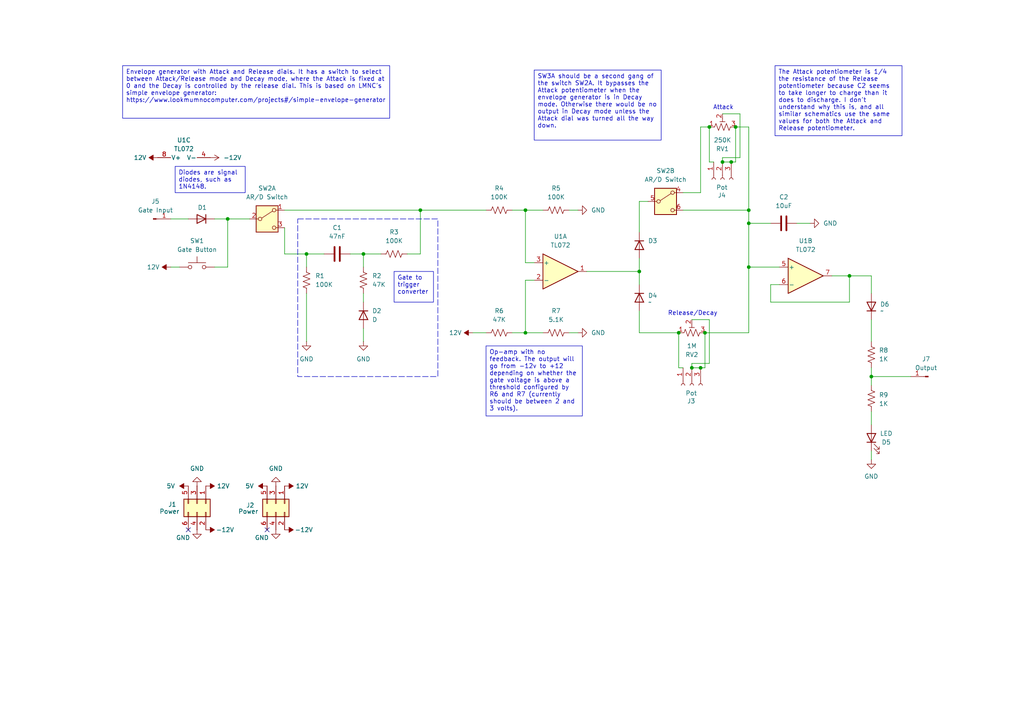
<source format=kicad_sch>
(kicad_sch (version 20250114) (generator "eeschema") (generator_version "9.0")
  (paper "A4")
  (lib_symbols
    (symbol "Amplifier_Operational:TL072" (pin_names (offset 0.127))
      (property "Reference" "U" (at 0 5.08 0))
      (property "Value" "TL072" (at 0 -5.08 0))
      (symbol "TL072_1_1"
        (polyline (pts (xy -5.08 5.08) (xy 5.08 0) (xy -5.08 -5.08) (xy -5.08 5.08)) (stroke (width 0.254)) (fill (type background)))
        (pin input line (at -7.62 2.54 0) (length 2.54) (name "+") (number "3"))
        (pin input line (at -7.62 -2.54 0) (length 2.54) (name "-") (number "2"))
        (pin output line (at 7.62 0 180) (length 2.54) (name "~") (number "1"))
      )
      (symbol "TL072_2_1"
        (polyline (pts (xy -5.08 5.08) (xy 5.08 0) (xy -5.08 -5.08) (xy -5.08 5.08)) (stroke (width 0.254)) (fill (type background)))
        (pin input line (at -7.62 2.54 0) (length 2.54) (name "+") (number "5"))
        (pin input line (at -7.62 -2.54 0) (length 2.54) (name "-") (number "6"))
        (pin output line (at 7.62 0 180) (length 2.54) (name "~") (number "7"))
      )
      (symbol "TL072_3_1"
        (pin power_in line (at -2.54 7.62 270) (length 3.81) (name "V+") (number "8"))
        (pin power_in line (at -2.54 -7.62 90) (length 3.81) (name "V-") (number "4"))
      )
    )
    (symbol "Connector:Conn_01x01_Pin" (pin_names (offset 1.016) (hide yes))
      (property "Reference" "J" (at 0 2.54 0))
      (property "Value" "Conn_01x01_Pin" (at 0 -2.54 0))
      (symbol "Conn_01x01_Pin_1_1"
        (rectangle (start 0.8636 0.127) (end 0 -0.127) (stroke (width 0.1524)) (fill (type outline)))
        (polyline (pts (xy 1.27 0) (xy 0.8636 0)) (stroke (width 0.1524)))
        (pin passive line (at 5.08 0 180) (length 3.81) (name "Pin_1") (number "1"))
      )
    )
    (symbol "Connector:Conn_01x03_Socket" (pin_names (offset 1.016) (hide yes))
      (property "Reference" "J" (at 0 5.08 0))
      (property "Value" "Conn_01x03_Socket" (at 0 -5.08 0))
      (symbol "Conn_01x03_Socket_1_1"
        (polyline (pts (xy -1.27 2.54) (xy -0.508 2.54)) (stroke (width 0.1524)))
        (polyline (pts (xy -1.27 0) (xy -0.508 0)) (stroke (width 0.1524)))
        (polyline (pts (xy -1.27 -2.54) (xy -0.508 -2.54)) (stroke (width 0.1524)))
        (arc (start 0 2.032) (mid -0.5058 2.54) (end 0 3.048) (stroke (width 0.1524)))
        (arc (start 0 -0.508) (mid -0.5058 0) (end 0 0.508) (stroke (width 0.1524)))
        (arc (start 0 -3.048) (mid -0.5058 -2.54) (end 0 -2.032) (stroke (width 0.1524)))
        (pin passive line (at -5.08 2.54 0) (length 3.81) (name "Pin_1") (number "1"))
        (pin passive line (at -5.08 0 0) (length 3.81) (name "Pin_2") (number "2"))
        (pin passive line (at -5.08 -2.54 0) (length 3.81) (name "Pin_3") (number "3"))
      )
    )
    (symbol "Connector_Generic:Conn_02x03_Odd_Even" (pin_names (offset 1.016) (hide yes))
      (property "Reference" "J" (at 1.27 5.08 0))
      (property "Value" "Conn_02x03_Odd_Even" (at 1.27 -5.08 0))
      (symbol "Conn_02x03_Odd_Even_1_1"
        (rectangle (start -1.27 3.81) (end 3.81 -3.81) (stroke (width 0.254)) (fill (type background)))
        (rectangle (start -1.27 2.667) (end 0 2.413) (stroke (width 0.1524)))
        (rectangle (start -1.27 0.127) (end 0 -0.127) (stroke (width 0.1524)))
        (rectangle (start -1.27 -2.413) (end 0 -2.667) (stroke (width 0.1524)))
        (rectangle (start 3.81 2.667) (end 2.54 2.413) (stroke (width 0.1524)))
        (rectangle (start 3.81 0.127) (end 2.54 -0.127) (stroke (width 0.1524)))
        (rectangle (start 3.81 -2.413) (end 2.54 -2.667) (stroke (width 0.1524)))
        (pin passive line (at -5.08 2.54 0) (length 3.81) (name "Pin_1") (number "1"))
        (pin passive line (at -5.08 0 0) (length 3.81) (name "Pin_3") (number "3"))
        (pin passive line (at -5.08 -2.54 0) (length 3.81) (name "Pin_5") (number "5"))
        (pin passive line (at 7.62 2.54 180) (length 3.81) (name "Pin_2") (number "2"))
        (pin passive line (at 7.62 0 180) (length 3.81) (name "Pin_4") (number "4"))
        (pin passive line (at 7.62 -2.54 180) (length 3.81) (name "Pin_6") (number "6"))
      )
    )
    (symbol "Device:C" (pin_numbers (hide yes)) (pin_names (offset 0.254))
      (property "Reference" "C" (at 0.635 2.54 0))
      (property "Value" "C" (at 0.635 -2.54 0))
      (symbol "C_0_1"
        (polyline (pts (xy -2.032 0.762) (xy 2.032 0.762)) (stroke (width 0.508)))
        (polyline (pts (xy -2.032 -0.762) (xy 2.032 -0.762)) (stroke (width 0.508)))
      )
      (symbol "C_1_1"
        (pin passive line (at 0 3.81 270) (length 2.794) (name "~") (number "1"))
        (pin passive line (at 0 -3.81 90) (length 2.794) (name "~") (number "2"))
      )
    )
    (symbol "Device:D" (pin_numbers (hide yes)) (pin_names (offset 1.016) (hide yes))
      (property "Reference" "D" (at 0 2.54 0))
      (property "Value" "D" (at 0 -2.54 0))
      (symbol "D_0_1"
        (polyline (pts (xy -1.27 1.27) (xy -1.27 -1.27)) (stroke (width 0.254)))
        (polyline (pts (xy 1.27 1.27) (xy 1.27 -1.27) (xy -1.27 0) (xy 1.27 1.27)) (stroke (width 0.254)))
        (polyline (pts (xy 1.27 0) (xy -1.27 0)))
      )
      (symbol "D_1_1"
        (pin passive line (at -3.81 0 0) (length 2.54) (name "K") (number "1"))
        (pin passive line (at 3.81 0 180) (length 2.54) (name "A") (number "2"))
      )
    )
    (symbol "Device:LED" (pin_numbers (hide yes)) (pin_names (offset 1.016) (hide yes))
      (property "Reference" "D" (at 0 2.54 0))
      (property "Value" "LED" (at 0 -2.54 0))
      (symbol "LED_0_1"
        (polyline (pts (xy -3.048 -0.762) (xy -4.572 -2.286) (xy -3.81 -2.286) (xy -4.572 -2.286) (xy -4.572 -1.524)))
        (polyline (pts (xy -1.778 -0.762) (xy -3.302 -2.286) (xy -2.54 -2.286) (xy -3.302 -2.286) (xy -3.302 -1.524)))
        (polyline (pts (xy -1.27 0) (xy 1.27 0)))
        (polyline (pts (xy -1.27 -1.27) (xy -1.27 1.27)) (stroke (width 0.254)))
        (polyline (pts (xy 1.27 -1.27) (xy 1.27 1.27) (xy -1.27 0) (xy 1.27 -1.27)) (stroke (width 0.254)))
      )
      (symbol "LED_1_1"
        (pin passive line (at -3.81 0 0) (length 2.54) (name "K") (number "1"))
        (pin passive line (at 3.81 0 180) (length 2.54) (name "A") (number "2"))
      )
    )
    (symbol "Device:R_Potentiometer_Trim_US" (pin_names (offset 1.016) (hide yes))
      (property "Reference" "RV" (at -4.445 0 90))
      (property "Value" "R_Potentiometer_Trim_US" (at -2.54 0 90))
      (symbol "R_Potentiometer_Trim_US_0_1"
        (polyline (pts (xy 0 2.286) (xy 0 2.54)))
        (polyline (pts (xy 0 2.286) (xy 1.016 1.905) (xy 0 1.524) (xy -1.016 1.143) (xy 0 0.762)))
        (polyline (pts (xy 0 0.762) (xy 1.016 0.381) (xy 0 0) (xy -1.016 -0.381) (xy 0 -0.762)))
        (polyline (pts (xy 0 -0.762) (xy 1.016 -1.143) (xy 0 -1.524) (xy -1.016 -1.905) (xy 0 -2.286)))
        (polyline (pts (xy 0 -2.286) (xy 0 -2.54)))
        (polyline (pts (xy 1.524 0.762) (xy 1.524 -0.762)))
        (polyline (pts (xy 2.54 0) (xy 1.524 0)))
      )
      (symbol "R_Potentiometer_Trim_US_1_1"
        (pin passive line (at 0 3.81 270) (length 1.27) (name "1") (number "1"))
        (pin passive line (at 0 -3.81 90) (length 1.27) (name "3") (number "3"))
        (pin passive line (at 3.81 0 180) (length 1.27) (name "2") (number "2"))
      )
    )
    (symbol "Device:R_US" (pin_numbers (hide yes)) (pin_names (offset 0))
      (property "Reference" "R" (at 2.54 0 90))
      (property "Value" "R_US" (at -2.54 0 90))
      (symbol "R_US_0_1"
        (polyline (pts (xy 0 2.286) (xy 0 2.54)))
        (polyline (pts (xy 0 2.286) (xy 1.016 1.905) (xy 0 1.524) (xy -1.016 1.143) (xy 0 0.762)))
        (polyline (pts (xy 0 0.762) (xy 1.016 0.381) (xy 0 0) (xy -1.016 -0.381) (xy 0 -0.762)))
        (polyline (pts (xy 0 -0.762) (xy 1.016 -1.143) (xy 0 -1.524) (xy -1.016 -1.905) (xy 0 -2.286)))
        (polyline (pts (xy 0 -2.286) (xy 0 -2.54)))
      )
      (symbol "R_US_1_1"
        (pin passive line (at 0 3.81 270) (length 1.27) (name "~") (number "1"))
        (pin passive line (at 0 -3.81 90) (length 1.27) (name "~") (number "2"))
      )
    )
    (symbol "Switch:SW_DPDT_x2" (pin_names (offset 0) (hide yes))
      (property "Reference" "SW" (at 0 5.08 0))
      (property "Value" "SW_DPDT_x2" (at 0 -5.08 0))
      (symbol "SW_DPDT_x2_0_0"
        (circle (center -2.032 0) (radius 0.508))
        (circle (center 2.032 -2.54) (radius 0.508))
      )
      (symbol "SW_DPDT_x2_0_1"
        (rectangle (start -3.175 3.81) (end 3.175 -3.81) (stroke (width 0.254)) (fill (type background)))
        (polyline (pts (xy -1.524 0.254) (xy 1.5748 2.286)))
        (circle (center 2.032 2.54) (radius 0.508))
      )
      (symbol "SW_DPDT_x2_1_1"
        (pin passive line (at -5.08 0 0) (length 2.54) (name "B") (number "2"))
        (pin passive line (at 5.08 2.54 180) (length 2.54) (name "A") (number "1"))
        (pin passive line (at 5.08 -2.54 180) (length 2.54) (name "C") (number "3"))
      )
      (symbol "SW_DPDT_x2_2_1"
        (pin passive line (at -5.08 0 0) (length 2.54) (name "B") (number "5"))
        (pin passive line (at 5.08 2.54 180) (length 2.54) (name "A") (number "4"))
        (pin passive line (at 5.08 -2.54 180) (length 2.54) (name "C") (number "6"))
      )
    )
    (symbol "Switch:SW_Push" (pin_numbers (hide yes)) (pin_names (offset 1.016) (hide yes))
      (property "Reference" "SW" (at 1.27 2.54 0))
      (property "Value" "SW_Push" (at 0 -1.524 0))
      (symbol "SW_Push_0_1"
        (circle (center -2.032 0) (radius 0.508))
        (polyline (pts (xy 0 1.27) (xy 0 3.048)))
        (circle (center 2.032 0) (radius 0.508))
        (polyline (pts (xy 2.54 1.27) (xy -2.54 1.27)))
        (pin passive line (at -5.08 0 0) (length 2.54) (name "1") (number "1"))
        (pin passive line (at 5.08 0 180) (length 2.54) (name "2") (number "2"))
      )
    )
    (symbol "power:-12V" (power) (pin_names (offset 0))
      (property "Value" "-12V" (at 0 3.81 0))
      (symbol "-12V_0_0"
        (pin power_in line (at 0 0 90) (length 0) (hide yes) (name "-12V") (number "1"))
      )
      (symbol "-12V_0_1"
        (polyline (pts (xy 0 0) (xy 0 1.27) (xy 0.762 1.27) (xy 0 2.54) (xy -0.762 1.27) (xy 0 1.27)) (fill (type outline)))
      )
    )
    (symbol "power:GND" (power) (pin_numbers (hide yes)) (pin_names (offset 0) (hide yes))
      (property "Value" "GND" (at 0 -3.81 0))
      (symbol "GND_0_1"
        (polyline (pts (xy 0 0) (xy 0 -1.27) (xy 1.27 -1.27) (xy 0 -2.54) (xy -1.27 -1.27) (xy 0 -1.27)))
      )
      (symbol "GND_1_1"
        (pin power_in line (at 0 0 270) (length 0) (name "~") (number "1"))
      )
    )
    (symbol "power:VCC" (power) (pin_numbers (hide yes)) (pin_names (offset 0) (hide yes))
      (property "Value" "VCC" (at 0 3.556 0))
      (symbol "VCC_0_1"
        (polyline (pts (xy -0.762 1.27) (xy 0 2.54)))
        (polyline (pts (xy 0 2.54) (xy 0.762 1.27)))
        (polyline (pts (xy 0 0) (xy 0 2.54)))
      )
      (symbol "VCC_1_1"
        (pin power_in line (at 0 0 90) (length 0) (name "~") (number "1"))
      )
    )
  )
  (rectangle (start 86.36 63.5) (end 127 109.22) (stroke (width 0) (type dash)))
  (text "Attack" (at 209.804 31.242 0) (effects (font (size 1.27 1.27))))
  (text "Release/Decay" (at 200.914 90.932 0) (effects (font (size 1.27 1.27))))
  (text_box "SW3A should be a second gang of the switch SW2A. It bypasses the Attack potentiometer when the envelope generator is in Decay mode. Otherwise there would be no output in Decay mode unless the Attack dial was turned all the way down." (at 154.94 20.32 0) (size 36.83 20.32) (margins 0.9525 0.9525 0.9525 0.9525) (effects (font (size 1.27 1.27)) (justify left top)))
  (text_box "Diodes are signal diodes, such as 1N4148." (at 50.8 48.26 0) (size 20.32 7.62) (margins 0.9525 0.9525 0.9525 0.9525) (effects (font (size 1.27 1.27)) (justify left top)))
  (text_box "Envelope generator with Attack and Release dials. It has a switch to select between Attack/Release mode and Decay mode, where the Attack is fixed at 0 and the Decay is controlled by the release dial. This is based on LMNC's simple envelope generator: https://www.lookmumnocomputer.com/projects#/simple-envelope-generator" (at 35.56 19.05 0) (size 77.47 15.24) (margins 0.9525 0.9525 0.9525 0.9525) (effects (font (size 1.27 1.27)) (justify left top)))
  (text_box "Gate to trigger converter" (at 114.3 78.74 0) (size 11.43 8.89) (margins 0.9525 0.9525 0.9525 0.9525) (effects (font (size 1.27 1.27)) (justify left top)))
  (text_box "The Attack potentiometer is 1/4 the resistance of the Release potentiometer because C2 seems to take longer to charge than it does to discharge. I don't understand why this is, and all similar schematics use the same values for both the Attack and Release potentiometer." (at 224.79 19.05 0) (size 36.83 20.32) (margins 0.9525 0.9525 0.9525 0.9525) (effects (font (size 1.27 1.27)) (justify left top)))
  (text_box "Op-amp with no feedback. The output will go from -12v to +12 depending on whether the gate voltage is above a threshold configured by R6 and R7 (currently should be between 2 and 3 volts)." (at 140.97 100.33 0) (size 27.94 20.32) (margins 0.9525 0.9525 0.9525 0.9525) (effects (font (size 1.27 1.27)) (justify left top)))
  (junction (at 217.17 77.47))
  (junction (at 121.92 60.96))
  (junction (at 246.38 80.01))
  (junction (at 205.74 36.83))
  (junction (at 196.85 96.52))
  (junction (at 152.4 96.52))
  (junction (at 88.9 73.66))
  (junction (at 203.2 106.68))
  (junction (at 66.04 63.5))
  (junction (at 212.09 46.99))
  (junction (at 217.17 64.77))
  (junction (at 200.66 106.68))
  (junction (at 152.4 60.96))
  (junction (at 217.17 60.96))
  (junction (at 105.41 73.66))
  (junction (at 252.73 109.22))
  (junction (at 185.42 78.74))
  (junction (at 209.55 46.99))
  (junction (at 204.47 96.52))
  (junction (at 213.36 36.83))
  (no_connect (at 54.61 153.67))
  (no_connect (at 77.47 153.67))
  (wire (pts (xy 252.73 119.38) (xy 252.73 123.19)))
  (wire (pts (xy 152.4 96.52) (xy 157.48 96.52)))
  (wire (pts (xy 105.41 85.09) (xy 105.41 87.63)))
  (wire (pts (xy 217.17 77.47) (xy 226.06 77.47)))
  (wire (pts (xy 185.42 96.52) (xy 185.42 90.17)))
  (wire (pts (xy 62.23 63.5) (xy 66.04 63.5)))
  (wire (pts (xy 217.17 36.83) (xy 213.36 36.83)))
  (wire (pts (xy 154.94 76.2) (xy 152.4 76.2)))
  (wire (pts (xy 148.59 60.96) (xy 152.4 60.96)))
  (wire (pts (xy 246.38 80.01) (xy 252.73 80.01)))
  (wire (pts (xy 121.92 60.96) (xy 121.92 73.66)))
  (wire (pts (xy 154.94 81.28) (xy 152.4 81.28)))
  (wire (pts (xy 252.73 85.09) (xy 252.73 80.01)))
  (wire (pts (xy 241.3 80.01) (xy 246.38 80.01)))
  (wire (pts (xy 152.4 81.28) (xy 152.4 96.52)))
  (wire (pts (xy 209.55 45.72) (xy 209.55 46.99)))
  (wire (pts (xy 185.42 58.42) (xy 185.42 67.31)))
  (wire (pts (xy 252.73 109.22) (xy 252.73 111.76)))
  (wire (pts (xy 203.2 55.88) (xy 203.2 36.83)))
  (wire (pts (xy 205.74 36.83) (xy 205.74 46.99)))
  (wire (pts (xy 82.55 73.66) (xy 82.55 66.04)))
  (wire (pts (xy 198.12 55.88) (xy 203.2 55.88)))
  (wire (pts (xy 152.4 76.2) (xy 152.4 60.96)))
  (wire (pts (xy 105.41 73.66) (xy 105.41 77.47)))
  (wire (pts (xy 165.1 96.52) (xy 167.64 96.52)))
  (wire (pts (xy 185.42 78.74) (xy 185.42 74.93)))
  (wire (pts (xy 118.11 73.66) (xy 121.92 73.66)))
  (wire (pts (xy 231.14 64.77) (xy 234.95 64.77)))
  (wire (pts (xy 203.2 106.68) (xy 200.66 106.68)))
  (wire (pts (xy 252.73 106.68) (xy 252.73 109.22)))
  (wire (pts (xy 214.63 45.72) (xy 209.55 45.72)))
  (wire (pts (xy 200.66 92.71) (xy 205.74 92.71)))
  (wire (pts (xy 223.52 87.63) (xy 246.38 87.63)))
  (wire (pts (xy 105.41 95.25) (xy 105.41 99.06)))
  (wire (pts (xy 246.38 87.63) (xy 246.38 80.01)))
  (wire (pts (xy 185.42 58.42) (xy 187.96 58.42)))
  (wire (pts (xy 204.47 96.52) (xy 204.47 106.68)))
  (wire (pts (xy 252.73 109.22) (xy 264.16 109.22)))
  (wire (pts (xy 214.63 33.02) (xy 214.63 45.72)))
  (wire (pts (xy 198.12 60.96) (xy 217.17 60.96)))
  (wire (pts (xy 66.04 63.5) (xy 72.39 63.5)))
  (wire (pts (xy 196.85 96.52) (xy 196.85 106.68)))
  (wire (pts (xy 196.85 96.52) (xy 185.42 96.52)))
  (wire (pts (xy 213.36 46.99) (xy 212.09 46.99)))
  (wire (pts (xy 165.1 60.96) (xy 167.64 60.96)))
  (wire (pts (xy 217.17 36.83) (xy 217.17 60.96)))
  (wire (pts (xy 88.9 73.66) (xy 88.9 77.47)))
  (wire (pts (xy 49.53 77.47) (xy 52.07 77.47)))
  (wire (pts (xy 101.6 73.66) (xy 105.41 73.66)))
  (wire (pts (xy 204.47 106.68) (xy 203.2 106.68)))
  (wire (pts (xy 217.17 64.77) (xy 217.17 77.47)))
  (wire (pts (xy 223.52 82.55) (xy 223.52 87.63)))
  (wire (pts (xy 170.18 78.74) (xy 185.42 78.74)))
  (wire (pts (xy 66.04 77.47) (xy 66.04 63.5)))
  (wire (pts (xy 105.41 73.66) (xy 110.49 73.66)))
  (wire (pts (xy 88.9 85.09) (xy 88.9 99.06)))
  (wire (pts (xy 252.73 130.81) (xy 252.73 133.35)))
  (wire (pts (xy 203.2 36.83) (xy 205.74 36.83)))
  (wire (pts (xy 212.09 46.99) (xy 209.55 46.99)))
  (wire (pts (xy 205.74 46.99) (xy 207.01 46.99)))
  (wire (pts (xy 205.74 92.71) (xy 205.74 105.41)))
  (wire (pts (xy 185.42 78.74) (xy 185.42 82.55)))
  (wire (pts (xy 200.66 105.41) (xy 200.66 106.68)))
  (wire (pts (xy 49.53 63.5) (xy 54.61 63.5)))
  (wire (pts (xy 209.55 33.02) (xy 214.63 33.02)))
  (wire (pts (xy 82.55 73.66) (xy 88.9 73.66)))
  (wire (pts (xy 217.17 60.96) (xy 217.17 64.77)))
  (wire (pts (xy 226.06 82.55) (xy 223.52 82.55)))
  (wire (pts (xy 205.74 105.41) (xy 200.66 105.41)))
  (wire (pts (xy 88.9 73.66) (xy 93.98 73.66)))
  (wire (pts (xy 204.47 96.52) (xy 217.17 96.52)))
  (wire (pts (xy 152.4 60.96) (xy 157.48 60.96)))
  (wire (pts (xy 62.23 77.47) (xy 66.04 77.47)))
  (wire (pts (xy 148.59 96.52) (xy 152.4 96.52)))
  (wire (pts (xy 252.73 92.71) (xy 252.73 99.06)))
  (wire (pts (xy 217.17 64.77) (xy 223.52 64.77)))
  (wire (pts (xy 196.85 106.68) (xy 198.12 106.68)))
  (wire (pts (xy 217.17 77.47) (xy 217.17 96.52)))
  (wire (pts (xy 137.16 96.52) (xy 140.97 96.52)))
  (wire (pts (xy 121.92 60.96) (xy 140.97 60.96)))
  (wire (pts (xy 82.55 60.96) (xy 121.92 60.96)))
  (wire (pts (xy 213.36 36.83) (xy 213.36 46.99)))
  (symbol (lib_id "Device:D") (at 185.42 71.12 270) (unit 1)
    (property "Reference" "D3" (at 187.96 69.8499 90) (effects (justify left)))
    (property "Value" "D" (effects (hide yes)))
    (property "Footprint" "Diode_THT:D_A-405_P7.62mm_Horizontal" (effects (hide yes)))
    (property "Description" "Diode" (effects (hide yes)))
    (property "Sim.Device" "D" (effects (hide yes)))
    (property "Sim.Pins" "1=K 2=A" (effects (hide yes)))
  )
  (symbol (lib_id "power:-12V") (at 137.16 96.52 90) (mirror x) (unit 1)
    (property "Reference" "#PWR07" (effects (hide yes)))
    (property "Value" "12V" (at 132.08 96.52 90))
    (property "Description" "Power symbol creates a global label with name \"-12V\"" (effects (hide yes)))
  )
  (symbol (lib_id "Connector_Generic:Conn_02x03_Odd_Even") (at 57.15 146.05 270) (unit 1)
    (property "Reference" "J1" (at 48.768 146.304 90) (effects (justify left)))
    (property "Value" "Power" (at 46.228 148.336 90) (effects (justify left)))
    (property "Footprint" "Connector_IDC:IDC-Header_2x03_P2.54mm_Vertical" (effects (hide yes)))
    (property "Description" "Generic connector, double row, 02x03, odd/even pin numbering scheme (row 1 odd numbers, row 2 even numbers), script generated (kicad-library-utils/schlib/autogen/connector/)" (effects (hide yes)))
  )
  (symbol (lib_id "power:GND") (at 167.64 60.96 90) (unit 1)
    (property "Reference" "#PWR05" (effects (hide yes)))
    (property "Value" "GND" (at 171.45 60.9599 90) (effects (justify right)))
    (property "Description" "Power symbol creates a global label with name \"GND\" , ground" (effects (hide yes)))
  )
  (symbol (lib_id "Switch:SW_DPDT_x2") (at 77.47 63.5 0) (unit 1)
    (property "Reference" "SW2" (at 77.47 54.61 0))
    (property "Value" "AR/D Switch" (at 77.47 57.15 0))
    (property "Footprint" "modular2:switch2" (effects (hide yes)))
    (property "Description" "Switch, dual pole double throw, separate symbols" (effects (hide yes)))
  )
  (symbol (lib_id "power:GND") (at 80.01 140.97 0) (mirror x) (unit 1)
    (property "Reference" "#PWR0104" (effects (hide yes)))
    (property "Value" "GND" (at 80.01 135.89 0))
    (property "Description" "Power symbol creates a global label with name \"GND\" , ground" (effects (hide yes)))
  )
  (symbol (lib_id "Device:R_US") (at 161.29 60.96 270) (unit 1)
    (property "Reference" "R5" (at 161.29 54.61 90))
    (property "Value" "100K" (at 161.29 57.15 90))
    (property "Footprint" "Resistor_THT:R_Axial_DIN0207_L6.3mm_D2.5mm_P10.16mm_Horizontal" (effects (hide yes)))
    (property "Description" "Resistor, US symbol" (effects (hide yes)))
  )
  (symbol (lib_id "Device:R_US") (at 144.78 60.96 270) (unit 1)
    (property "Reference" "R4" (at 144.78 54.61 90))
    (property "Value" "100K" (at 144.78 57.15 90))
    (property "Footprint" "Resistor_THT:R_Axial_DIN0207_L6.3mm_D2.5mm_P10.16mm_Horizontal" (effects (hide yes)))
    (property "Description" "Resistor, US symbol" (effects (hide yes)))
  )
  (symbol (lib_id "power:-12V") (at 82.55 153.67 270) (unit 1)
    (property "Reference" "#PWR031" (effects (hide yes)))
    (property "Value" "-12V" (at 88.138 153.67 90))
    (property "Description" "Power symbol creates a global label with name \"-12V\"" (effects (hide yes)))
  )
  (symbol (lib_id "power:GND") (at 105.41 99.06 0) (unit 1)
    (property "Reference" "#PWR04" (effects (hide yes)))
    (property "Value" "GND" (at 105.41 104.14 0))
    (property "Description" "Power symbol creates a global label with name \"GND\" , ground" (effects (hide yes)))
  )
  (symbol (lib_id "Amplifier_Operational:TL072") (at 162.56 78.74 0) (unit 1)
    (property "Reference" "U1" (at 162.56 68.58 0))
    (property "Value" "TL072" (at 162.56 71.12 0))
    (property "Footprint" "Package_DIP:DIP-8_W7.62mm_Socket" (effects (hide yes)))
    (property "Datasheet" "http://www.ti.com/lit/ds/symlink/tl071.pdf" (effects (hide yes)))
    (property "Description" "Dual Low-Noise JFET-Input Operational Amplifiers, DIP-8/SOIC-8" (effects (hide yes)))
  )
  (symbol (lib_id "power:GND") (at 252.73 133.35 0) (unit 1)
    (property "Reference" "#PWR011" (effects (hide yes)))
    (property "Value" "GND" (at 254.762 138.176 0) (effects (justify right)))
    (property "Description" "Power symbol creates a global label with name \"GND\" , ground" (effects (hide yes)))
  )
  (symbol (lib_id "Device:D") (at 105.41 91.44 270) (unit 1)
    (property "Reference" "D2" (at 107.95 90.1699 90) (effects (justify left)))
    (property "Value" "D" (at 107.95 92.7099 90) (effects (justify left)))
    (property "Footprint" "Diode_THT:D_A-405_P7.62mm_Horizontal" (effects (hide yes)))
    (property "Description" "Diode" (effects (hide yes)))
    (property "Sim.Device" "D" (effects (hide yes)))
    (property "Sim.Pins" "1=K 2=A" (effects (hide yes)))
  )
  (symbol (lib_id "power:-12V") (at 77.47 140.97 90) (mirror x) (unit 1)
    (property "Reference" "#PWR030" (effects (hide yes)))
    (property "Value" "5V" (at 72.39 140.97 90))
    (property "Description" "Power symbol creates a global label with name \"-12V\"" (effects (hide yes)))
  )
  (symbol (lib_id "power:-12V") (at 49.53 77.47 90) (mirror x) (unit 1)
    (property "Reference" "#PWR01" (effects (hide yes)))
    (property "Value" "12V" (at 44.45 77.47 90))
    (property "Description" "Power symbol creates a global label with name \"-12V\"" (effects (hide yes)))
  )
  (symbol (lib_id "Device:R_US") (at 105.41 81.28 180) (unit 1)
    (property "Reference" "R2" (at 107.95 80.0099 0) (effects (justify right)))
    (property "Value" "47K" (at 107.95 82.5499 0) (effects (justify right)))
    (property "Footprint" "Resistor_THT:R_Axial_DIN0207_L6.3mm_D2.5mm_P10.16mm_Horizontal" (effects (hide yes)))
    (property "Description" "Resistor, US symbol" (effects (hide yes)))
  )
  (symbol (lib_id "power:VCC") (at 60.96 45.72 270) (unit 1)
    (property "Reference" "#PWR09" (effects (hide yes)))
    (property "Value" "-12V" (at 64.77 45.7199 90) (effects (justify left)))
    (property "Description" "Power symbol creates a global label with name \"VCC\"" (effects (hide yes)))
  )
  (symbol (lib_id "power:-12V") (at 54.61 140.97 90) (mirror x) (unit 1)
    (property "Reference" "#PWR015" (effects (hide yes)))
    (property "Value" "5V" (at 49.53 140.97 90))
    (property "Description" "Power symbol creates a global label with name \"-12V\"" (effects (hide yes)))
  )
  (symbol (lib_id "Device:D") (at 58.42 63.5 180) (unit 1)
    (property "Reference" "D1" (at 58.674 60.198 0))
    (property "Value" "D" (effects (hide yes)))
    (property "Footprint" "Diode_THT:D_A-405_P7.62mm_Horizontal" (effects (hide yes)))
    (property "Description" "Diode" (effects (hide yes)))
    (property "Sim.Device" "D" (effects (hide yes)))
    (property "Sim.Pins" "1=K 2=A" (effects (hide yes)))
  )
  (symbol (lib_id "Device:D") (at 185.42 86.36 270) (unit 1)
    (property "Reference" "D4" (at 187.96 85.7249 90) (effects (justify left)))
    (property "Value" "~" (at 187.96 87.63 90) (effects (justify left)))
    (property "Footprint" "Diode_THT:D_A-405_P7.62mm_Horizontal" (effects (hide yes)))
    (property "Description" "Diode" (effects (hide yes)))
    (property "Sim.Device" "D" (effects (hide yes)))
    (property "Sim.Pins" "1=K 2=A" (effects (hide yes)))
  )
  (symbol (lib_id "power:GND") (at 57.15 140.97 0) (mirror x) (unit 1)
    (property "Reference" "#PWR024" (effects (hide yes)))
    (property "Value" "GND" (at 57.15 135.89 0))
    (property "Description" "Power symbol creates a global label with name \"GND\" , ground" (effects (hide yes)))
  )
  (symbol (lib_id "power:GND") (at 57.15 153.67 0) (mirror y) (unit 1)
    (property "Reference" "#PWR0101" (effects (hide yes)))
    (property "Value" "GND" (at 53.086 155.956 0))
    (property "Description" "Power symbol creates a global label with name \"GND\" , ground" (effects (hide yes)))
  )
  (symbol (lib_id "Device:R_US") (at 114.3 73.66 270) (unit 1)
    (property "Reference" "R3" (at 114.3 67.31 90))
    (property "Value" "100K" (at 114.3 69.85 90))
    (property "Footprint" "Resistor_THT:R_Axial_DIN0207_L6.3mm_D2.5mm_P10.16mm_Horizontal" (effects (hide yes)))
    (property "Description" "Resistor, US symbol" (effects (hide yes)))
  )
  (symbol (lib_id "power:-12V") (at 59.69 153.67 270) (unit 1)
    (property "Reference" "#PWR029" (effects (hide yes)))
    (property "Value" "-12V" (at 65.278 153.67 90))
    (property "Description" "Power symbol creates a global label with name \"-12V\"" (effects (hide yes)))
  )
  (symbol (lib_id "power:GND") (at 167.64 96.52 90) (unit 1)
    (property "Reference" "#PWR06" (effects (hide yes)))
    (property "Value" "GND" (at 171.45 96.5199 90) (effects (justify right)))
    (property "Description" "Power symbol creates a global label with name \"GND\" , ground" (effects (hide yes)))
  )
  (symbol (lib_id "Connector:Conn_01x03_Socket") (at 200.66 111.76 90) (mirror x) (unit 1)
    (property "Reference" "J3" (at 201.676 116.332 90) (effects (justify left)))
    (property "Value" "Pot" (at 202.184 114.046 90) (effects (justify left)))
    (property "Footprint" "modular2:pot" (effects (hide yes)))
    (property "Description" "Generic connector, single row, 01x03, script generated" (effects (hide yes)))
  )
  (symbol (lib_id "power:-12V") (at 45.72 45.72 90) (mirror x) (unit 1)
    (property "Reference" "#PWR02" (effects (hide yes)))
    (property "Value" "12V" (at 40.64 45.72 90))
    (property "Description" "Power symbol creates a global label with name \"-12V\"" (effects (hide yes)))
  )
  (symbol (lib_id "power:GND") (at 234.95 64.77 90) (unit 1)
    (property "Reference" "#PWR010" (effects (hide yes)))
    (property "Value" "GND" (at 238.76 64.7699 90) (effects (justify right)))
    (property "Description" "Power symbol creates a global label with name \"GND\" , ground" (effects (hide yes)))
  )
  (symbol (lib_id "Device:D") (at 252.73 88.9 90) (unit 1)
    (property "Reference" "D6" (at 255.27 88.2649 90) (effects (justify right)))
    (property "Value" "~" (at 255.27 90.17 90) (effects (justify right)))
    (property "Footprint" "Diode_THT:D_A-405_P7.62mm_Horizontal" (effects (hide yes)))
    (property "Description" "Diode" (effects (hide yes)))
    (property "Sim.Device" "D" (effects (hide yes)))
    (property "Sim.Pins" "1=K 2=A" (effects (hide yes)))
  )
  (symbol (lib_id "Amplifier_Operational:TL072") (at 53.34 43.18 90) (unit 3)
    (property "Reference" "U1" (at 53.34 40.64 90))
    (property "Value" "TL072" (at 53.34 43.18 90))
    (property "Footprint" "Package_DIP:DIP-8_W7.62mm_Socket" (effects (hide yes)))
    (property "Datasheet" "http://www.ti.com/lit/ds/symlink/tl071.pdf" (effects (hide yes)))
    (property "Description" "Dual Low-Noise JFET-Input Operational Amplifiers, DIP-8/SOIC-8" (effects (hide yes)))
  )
  (symbol (lib_id "power:-12V") (at 82.55 140.97 270) (mirror x) (unit 1)
    (property "Reference" "#PWR0102" (effects (hide yes)))
    (property "Value" "12V" (at 87.63 140.97 90))
    (property "Description" "Power symbol creates a global label with name \"-12V\"" (effects (hide yes)))
  )
  (symbol (lib_id "Device:R_US") (at 161.29 96.52 270) (unit 1)
    (property "Reference" "R7" (at 161.29 90.17 90))
    (property "Value" "5.1K" (at 161.29 92.71 90))
    (property "Footprint" "Resistor_THT:R_Axial_DIN0207_L6.3mm_D2.5mm_P10.16mm_Horizontal" (effects (hide yes)))
    (property "Description" "Resistor, US symbol" (effects (hide yes)))
  )
  (symbol (lib_id "Switch:SW_Push") (at 57.15 77.47 0) (unit 1)
    (property "Reference" "SW1" (at 57.15 69.85 0))
    (property "Value" "Gate Button" (at 57.15 72.39 0))
    (property "Footprint" "modular2:button1" (effects (hide yes)))
    (property "Description" "Push button switch, generic, two pins" (effects (hide yes)))
  )
  (symbol (lib_id "Connector:Conn_01x01_Pin") (at 44.45 63.5 0) (unit 1)
    (property "Reference" "J5" (at 45.085 58.42 0))
    (property "Value" "Gate Input" (at 45.085 60.96 0))
    (property "Footprint" "modular2:banana-jack" (effects (hide yes)))
    (property "Description" "Generic connector, single row, 01x01, script generated" (effects (hide yes)))
  )
  (symbol (lib_id "Device:R_US") (at 252.73 102.87 180) (unit 1)
    (property "Reference" "R8" (at 256.286 101.6 0))
    (property "Value" "1K" (at 256.286 104.14 0))
    (property "Footprint" "Resistor_THT:R_Axial_DIN0207_L6.3mm_D2.5mm_P10.16mm_Horizontal" (effects (hide yes)))
    (property "Description" "Resistor, US symbol" (effects (hide yes)))
  )
  (symbol (lib_id "Switch:SW_DPDT_x2") (at 193.04 58.42 0) (unit 2)
    (property "Reference" "SW2" (at 193.04 49.53 0))
    (property "Value" "AR/D Switch" (at 193.04 52.07 0))
    (property "Footprint" "modular2:switch2" (effects (hide yes)))
    (property "Description" "Switch, dual pole double throw, separate symbols" (effects (hide yes)))
  )
  (symbol (lib_id "power:GND") (at 88.9 99.06 0) (unit 1)
    (property "Reference" "#PWR03" (effects (hide yes)))
    (property "Value" "GND" (at 88.9 104.14 0))
    (property "Description" "Power symbol creates a global label with name \"GND\" , ground" (effects (hide yes)))
  )
  (symbol (lib_id "Amplifier_Operational:TL072") (at 233.68 80.01 0) (unit 2)
    (property "Reference" "U1" (at 233.68 69.85 0))
    (property "Value" "TL072" (at 233.68 72.39 0))
    (property "Footprint" "Package_DIP:DIP-8_W7.62mm_Socket" (effects (hide yes)))
    (property "Datasheet" "http://www.ti.com/lit/ds/symlink/tl071.pdf" (effects (hide yes)))
    (property "Description" "Dual Low-Noise JFET-Input Operational Amplifiers, DIP-8/SOIC-8" (effects (hide yes)))
  )
  (symbol (lib_id "Device:LED") (at 252.73 127 90) (unit 1)
    (property "Reference" "D5" (at 257.048 128.27 90))
    (property "Value" "LED" (at 257.048 125.73 90))
    (property "Footprint" "LED_THT:LED_D5.0mm" (effects (hide yes)))
    (property "Description" "Light emitting diode" (effects (hide yes)))
  )
  (symbol (lib_id "power:GND") (at 80.01 153.67 0) (mirror y) (unit 1)
    (property "Reference" "#PWR0103" (effects (hide yes)))
    (property "Value" "GND" (at 75.946 155.956 0))
    (property "Description" "Power symbol creates a global label with name \"GND\" , ground" (effects (hide yes)))
  )
  (symbol (lib_id "Device:R_US") (at 252.73 115.57 180) (unit 1)
    (property "Reference" "R9" (at 256.286 114.554 0))
    (property "Value" "1K" (at 256.286 117.094 0))
    (property "Footprint" "Resistor_THT:R_Axial_DIN0207_L6.3mm_D2.5mm_P10.16mm_Horizontal" (effects (hide yes)))
    (property "Description" "Resistor, US symbol" (effects (hide yes)))
  )
  (symbol (lib_id "Device:R_Potentiometer_Trim_US") (at 200.66 96.52 90) (unit 1)
    (property "Reference" "RV2" (at 200.66 102.87 90))
    (property "Value" "1M" (at 200.66 100.33 90))
    (property "Footprint" "modular2:pot-socket" (effects (hide yes)))
    (property "Description" "Trim-potentiometer, US symbol" (effects (hide yes)))
  )
  (symbol (lib_id "power:-12V") (at 59.69 140.97 270) (mirror x) (unit 1)
    (property "Reference" "#PWR028" (effects (hide yes)))
    (property "Value" "12V" (at 64.77 140.97 90))
    (property "Description" "Power symbol creates a global label with name \"-12V\"" (effects (hide yes)))
  )
  (symbol (lib_id "Connector_Generic:Conn_02x03_Odd_Even") (at 80.01 146.05 270) (unit 1)
    (property "Reference" "J2" (at 71.374 146.558 90) (effects (justify left)))
    (property "Value" "Power" (at 69.088 148.336 90) (effects (justify left)))
    (property "Footprint" "Connector_IDC:IDC-Header_2x03_P2.54mm_Vertical" (effects (hide yes)))
    (property "Description" "Generic connector, double row, 02x03, odd/even pin numbering scheme (row 1 odd numbers, row 2 even numbers), script generated (kicad-library-utils/schlib/autogen/connector/)" (effects (hide yes)))
  )
  (symbol (lib_id "Connector:Conn_01x01_Pin") (at 269.24 109.22 180) (unit 1)
    (property "Reference" "J7" (at 268.605 104.14 0))
    (property "Value" "Output" (at 268.605 106.68 0))
    (property "Footprint" "modular2:banana-jack" (effects (hide yes)))
    (property "Description" "Generic connector, single row, 01x01, script generated" (effects (hide yes)))
  )
  (symbol (lib_id "Device:R_US") (at 88.9 81.28 180) (unit 1)
    (property "Reference" "R1" (at 91.44 80.0099 0) (effects (justify right)))
    (property "Value" "100K" (at 91.44 82.5499 0) (effects (justify right)))
    (property "Footprint" "Resistor_THT:R_Axial_DIN0207_L6.3mm_D2.5mm_P10.16mm_Horizontal" (effects (hide yes)))
    (property "Description" "Resistor, US symbol" (effects (hide yes)))
  )
  (symbol (lib_id "Device:C") (at 227.33 64.77 90) (unit 1)
    (property "Reference" "C2" (at 227.33 57.15 90))
    (property "Value" "10uF" (at 227.33 59.69 90))
    (property "Footprint" "Capacitor_THT:C_Disc_D4.3mm_W1.9mm_P5.00mm" (effects (hide yes)))
    (property "Description" "Unpolarized capacitor" (effects (hide yes)))
  )
  (symbol (lib_id "Device:R_US") (at 144.78 96.52 270) (unit 1)
    (property "Reference" "R6" (at 144.78 90.17 90))
    (property "Value" "47K" (at 144.78 92.71 90))
    (property "Footprint" "Resistor_THT:R_Axial_DIN0207_L6.3mm_D2.5mm_P10.16mm_Horizontal" (effects (hide yes)))
    (property "Description" "Resistor, US symbol" (effects (hide yes)))
  )
  (symbol (lib_id "Connector:Conn_01x03_Socket") (at 209.55 52.07 90) (mirror x) (unit 1)
    (property "Reference" "J4" (at 210.566 56.642 90) (effects (justify left)))
    (property "Value" "Pot" (at 211.074 54.356 90) (effects (justify left)))
    (property "Footprint" "modular2:pot" (effects (hide yes)))
    (property "Description" "Generic connector, single row, 01x03, script generated" (effects (hide yes)))
  )
  (symbol (lib_id "Device:C") (at 97.79 73.66 90) (unit 1)
    (property "Reference" "C1" (at 97.79 66.04 90))
    (property "Value" "47nF" (at 97.79 68.58 90))
    (property "Footprint" "Capacitor_THT:C_Disc_D4.3mm_W1.9mm_P5.00mm" (effects (hide yes)))
    (property "Description" "Unpolarized capacitor" (effects (hide yes)))
  )
  (symbol (lib_id "Device:R_Potentiometer_Trim_US") (at 209.55 36.83 90) (unit 1)
    (property "Reference" "RV1" (at 209.55 43.18 90))
    (property "Value" "250K" (at 209.55 40.64 90))
    (property "Footprint" "modular2:pot-socket" (effects (hide yes)))
    (property "Description" "Trim-potentiometer, US symbol" (effects (hide yes)))
  )
)
</source>
